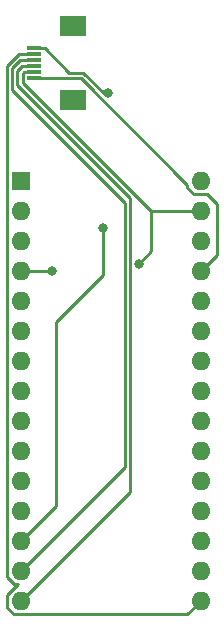
<source format=gbr>
%TF.GenerationSoftware,KiCad,Pcbnew,(5.1.6-0-10_14)*%
%TF.CreationDate,2021-01-01T01:40:26+01:00*%
%TF.ProjectId,flash,666c6173-682e-46b6-9963-61645f706362,rev?*%
%TF.SameCoordinates,Original*%
%TF.FileFunction,Copper,L1,Top*%
%TF.FilePolarity,Positive*%
%FSLAX46Y46*%
G04 Gerber Fmt 4.6, Leading zero omitted, Abs format (unit mm)*
G04 Created by KiCad (PCBNEW (5.1.6-0-10_14)) date 2021-01-01 01:40:26*
%MOMM*%
%LPD*%
G01*
G04 APERTURE LIST*
%TA.AperFunction,ComponentPad*%
%ADD10R,1.600000X1.600000*%
%TD*%
%TA.AperFunction,ComponentPad*%
%ADD11O,1.600000X1.600000*%
%TD*%
%TA.AperFunction,SMDPad,CuDef*%
%ADD12R,2.200000X1.800000*%
%TD*%
%TA.AperFunction,SMDPad,CuDef*%
%ADD13R,1.300000X0.300000*%
%TD*%
%TA.AperFunction,ViaPad*%
%ADD14C,0.800000*%
%TD*%
%TA.AperFunction,Conductor*%
%ADD15C,0.250000*%
%TD*%
G04 APERTURE END LIST*
D10*
%TO.P,A1,1*%
%TO.N,Net-(A1-Pad1)*%
X14000000Y-27000000D03*
D11*
%TO.P,A1,17*%
%TO.N,Net-(A1-Pad17)*%
X29240000Y-60020000D03*
%TO.P,A1,2*%
%TO.N,Net-(A1-Pad2)*%
X14000000Y-29540000D03*
%TO.P,A1,18*%
%TO.N,Net-(A1-Pad18)*%
X29240000Y-57480000D03*
%TO.P,A1,3*%
%TO.N,Net-(A1-Pad3)*%
X14000000Y-32080000D03*
%TO.P,A1,19*%
%TO.N,Net-(A1-Pad19)*%
X29240000Y-54940000D03*
%TO.P,A1,4*%
%TO.N,Net-(A1-Pad29)*%
X14000000Y-34620000D03*
%TO.P,A1,20*%
%TO.N,Net-(A1-Pad20)*%
X29240000Y-52400000D03*
%TO.P,A1,5*%
%TO.N,Net-(A1-Pad5)*%
X14000000Y-37160000D03*
%TO.P,A1,21*%
%TO.N,Net-(A1-Pad21)*%
X29240000Y-49860000D03*
%TO.P,A1,6*%
%TO.N,Net-(A1-Pad6)*%
X14000000Y-39700000D03*
%TO.P,A1,22*%
%TO.N,Net-(A1-Pad22)*%
X29240000Y-47320000D03*
%TO.P,A1,7*%
%TO.N,Net-(A1-Pad7)*%
X14000000Y-42240000D03*
%TO.P,A1,23*%
%TO.N,Net-(A1-Pad23)*%
X29240000Y-44780000D03*
%TO.P,A1,8*%
%TO.N,Net-(A1-Pad8)*%
X14000000Y-44780000D03*
%TO.P,A1,24*%
%TO.N,Net-(A1-Pad24)*%
X29240000Y-42240000D03*
%TO.P,A1,9*%
%TO.N,Net-(A1-Pad9)*%
X14000000Y-47320000D03*
%TO.P,A1,25*%
%TO.N,Net-(A1-Pad25)*%
X29240000Y-39700000D03*
%TO.P,A1,10*%
%TO.N,Net-(A1-Pad10)*%
X14000000Y-49860000D03*
%TO.P,A1,26*%
%TO.N,Net-(A1-Pad26)*%
X29240000Y-37160000D03*
%TO.P,A1,11*%
%TO.N,Net-(A1-Pad11)*%
X14000000Y-52400000D03*
%TO.P,A1,27*%
%TO.N,Net-(A1-Pad27)*%
X29240000Y-34620000D03*
%TO.P,A1,12*%
%TO.N,Net-(A1-Pad12)*%
X14000000Y-54940000D03*
%TO.P,A1,28*%
%TO.N,Net-(A1-Pad28)*%
X29240000Y-32080000D03*
%TO.P,A1,13*%
%TO.N,Net-(A1-Pad13)*%
X14000000Y-57480000D03*
%TO.P,A1,29*%
%TO.N,Net-(A1-Pad29)*%
X29240000Y-29540000D03*
%TO.P,A1,14*%
%TO.N,Net-(A1-Pad14)*%
X14000000Y-60020000D03*
%TO.P,A1,30*%
%TO.N,Net-(A1-Pad30)*%
X29240000Y-27000000D03*
%TO.P,A1,15*%
%TO.N,Net-(A1-Pad15)*%
X14000000Y-62560000D03*
%TO.P,A1,16*%
%TO.N,Net-(A1-Pad16)*%
X29240000Y-62560000D03*
%TD*%
D12*
%TO.P,J1,MP*%
%TO.N,N/C*%
X18400000Y-13850000D03*
X18400000Y-20150000D03*
D13*
%TO.P,J1,1*%
%TO.N,Net-(A1-Pad27)*%
X15150000Y-18250000D03*
%TO.P,J1,2*%
%TO.N,Net-(A1-Pad29)*%
X15150000Y-17750000D03*
%TO.P,J1,3*%
%TO.N,Net-(A1-Pad15)*%
X15150000Y-17250000D03*
%TO.P,J1,4*%
%TO.N,Net-(A1-Pad14)*%
X15150000Y-16750000D03*
%TO.P,J1,5*%
%TO.N,Net-(A1-Pad16)*%
X15150000Y-16250000D03*
%TO.P,J1,6*%
%TO.N,Net-(A1-Pad13)*%
X15150000Y-15750000D03*
%TD*%
D14*
%TO.N,Net-(A1-Pad29)*%
X16620000Y-34620000D03*
X24000000Y-34000000D03*
%TO.N,Net-(A1-Pad13)*%
X21430154Y-19569846D03*
X21000000Y-31000000D03*
%TD*%
D15*
%TO.N,Net-(A1-Pad29)*%
X14174999Y-17825001D02*
X14174999Y-18660001D01*
X25054998Y-29540000D02*
X29240000Y-29540000D01*
X14250000Y-17750000D02*
X14174999Y-17825001D01*
X14174999Y-18660001D02*
X25054998Y-29540000D01*
X15150000Y-17750000D02*
X14250000Y-17750000D01*
X14000000Y-34620000D02*
X16620000Y-34620000D01*
X25054998Y-32945002D02*
X25054998Y-29540000D01*
X24000000Y-34000000D02*
X25054998Y-32945002D01*
%TO.N,Net-(A1-Pad27)*%
X30624990Y-33235010D02*
X29240000Y-34620000D01*
X30624990Y-28969990D02*
X30624990Y-33235010D01*
X29780001Y-28125001D02*
X30624990Y-28969990D01*
X28114999Y-27540001D02*
X28699999Y-28125001D01*
X19085002Y-18250000D02*
X28114999Y-27279997D01*
X28699999Y-28125001D02*
X29780001Y-28125001D01*
X28114999Y-27279997D02*
X28114999Y-27540001D01*
X15150000Y-18250000D02*
X19085002Y-18250000D01*
%TO.N,Net-(A1-Pad13)*%
X18099990Y-17799990D02*
X19271403Y-17799991D01*
X16050000Y-15750000D02*
X18099990Y-17799990D01*
X15150000Y-15750000D02*
X16050000Y-15750000D01*
X21041258Y-19569846D02*
X21430154Y-19569846D01*
X19271403Y-17799991D02*
X21041258Y-19569846D01*
X17000000Y-54480000D02*
X14000000Y-57480000D01*
X17000000Y-38945009D02*
X17000000Y-54480000D01*
X21000000Y-34945009D02*
X17000000Y-38945009D01*
X21000000Y-31000000D02*
X21000000Y-34945009D01*
%TO.N,Net-(A1-Pad14)*%
X13274981Y-17452201D02*
X13274981Y-19274981D01*
X13977182Y-16750000D02*
X13274981Y-17452201D01*
X15150000Y-16750000D02*
X13977182Y-16750000D01*
X13274981Y-19274981D02*
X22824989Y-28824989D01*
X22824989Y-51195011D02*
X14000000Y-60020000D01*
X22824989Y-28824989D02*
X22824989Y-51195011D01*
%TO.N,Net-(A1-Pad15)*%
X13724989Y-17638601D02*
X13724990Y-18846402D01*
X14113590Y-17250000D02*
X13724989Y-17638601D01*
X15150000Y-17250000D02*
X14113590Y-17250000D01*
X23274999Y-28396411D02*
X23274999Y-53285001D01*
X23274999Y-53285001D02*
X14000000Y-62560000D01*
X13724990Y-18846402D02*
X23274999Y-28396411D01*
%TO.N,Net-(A1-Pad16)*%
X13459999Y-63685001D02*
X28114999Y-63685001D01*
X12874999Y-63100001D02*
X13459999Y-63685001D01*
X12874999Y-62019999D02*
X12874999Y-63100001D01*
X13749997Y-61145001D02*
X12874999Y-62019999D01*
X28114999Y-63685001D02*
X29240000Y-62560000D01*
X13459999Y-61145001D02*
X13749997Y-61145001D01*
X12824971Y-60509973D02*
X13459999Y-61145001D01*
X12824971Y-17265801D02*
X12824971Y-60509973D01*
X13840772Y-16250000D02*
X12824971Y-17265801D01*
X15150000Y-16250000D02*
X13840772Y-16250000D01*
%TD*%
M02*

</source>
